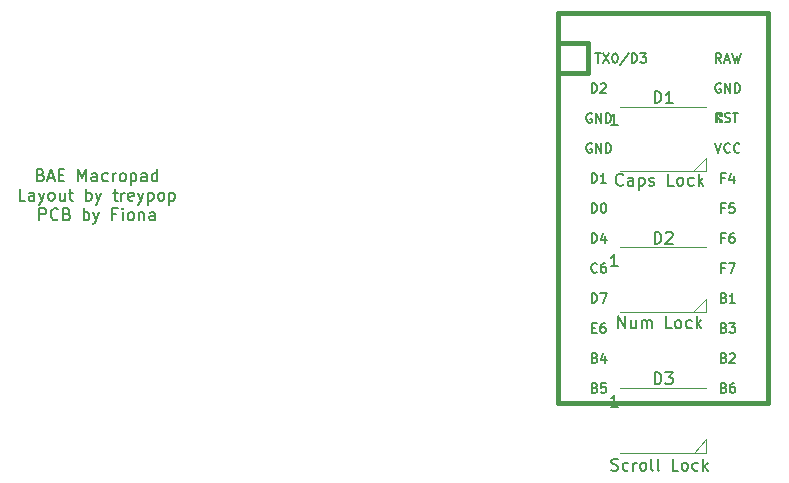
<source format=gbr>
G04 #@! TF.GenerationSoftware,KiCad,Pcbnew,(5.1.4)-1*
G04 #@! TF.CreationDate,2019-12-08T17:57:44-07:00*
G04 #@! TF.ProjectId,BAEmacropad,4241456d-6163-4726-9f70-61642e6b6963,rev?*
G04 #@! TF.SameCoordinates,Original*
G04 #@! TF.FileFunction,Legend,Top*
G04 #@! TF.FilePolarity,Positive*
%FSLAX46Y46*%
G04 Gerber Fmt 4.6, Leading zero omitted, Abs format (unit mm)*
G04 Created by KiCad (PCBNEW (5.1.4)-1) date 2019-12-08 17:57:44*
%MOMM*%
%LPD*%
G04 APERTURE LIST*
%ADD10C,0.120000*%
%ADD11C,0.150000*%
%ADD12C,0.381000*%
G04 APERTURE END LIST*
D10*
X102616000Y-107505500D02*
X103662500Y-106375000D01*
X103662500Y-94468750D02*
X102552500Y-95567500D01*
X103662500Y-82562500D02*
X102552500Y-83693000D01*
D11*
X95623571Y-108989761D02*
X95766428Y-109037380D01*
X96004523Y-109037380D01*
X96099761Y-108989761D01*
X96147380Y-108942142D01*
X96195000Y-108846904D01*
X96195000Y-108751666D01*
X96147380Y-108656428D01*
X96099761Y-108608809D01*
X96004523Y-108561190D01*
X95814047Y-108513571D01*
X95718809Y-108465952D01*
X95671190Y-108418333D01*
X95623571Y-108323095D01*
X95623571Y-108227857D01*
X95671190Y-108132619D01*
X95718809Y-108085000D01*
X95814047Y-108037380D01*
X96052142Y-108037380D01*
X96195000Y-108085000D01*
X97052142Y-108989761D02*
X96956904Y-109037380D01*
X96766428Y-109037380D01*
X96671190Y-108989761D01*
X96623571Y-108942142D01*
X96575952Y-108846904D01*
X96575952Y-108561190D01*
X96623571Y-108465952D01*
X96671190Y-108418333D01*
X96766428Y-108370714D01*
X96956904Y-108370714D01*
X97052142Y-108418333D01*
X97480714Y-109037380D02*
X97480714Y-108370714D01*
X97480714Y-108561190D02*
X97528333Y-108465952D01*
X97575952Y-108418333D01*
X97671190Y-108370714D01*
X97766428Y-108370714D01*
X98242619Y-109037380D02*
X98147380Y-108989761D01*
X98099761Y-108942142D01*
X98052142Y-108846904D01*
X98052142Y-108561190D01*
X98099761Y-108465952D01*
X98147380Y-108418333D01*
X98242619Y-108370714D01*
X98385476Y-108370714D01*
X98480714Y-108418333D01*
X98528333Y-108465952D01*
X98575952Y-108561190D01*
X98575952Y-108846904D01*
X98528333Y-108942142D01*
X98480714Y-108989761D01*
X98385476Y-109037380D01*
X98242619Y-109037380D01*
X99147380Y-109037380D02*
X99052142Y-108989761D01*
X99004523Y-108894523D01*
X99004523Y-108037380D01*
X99671190Y-109037380D02*
X99575952Y-108989761D01*
X99528333Y-108894523D01*
X99528333Y-108037380D01*
X101290238Y-109037380D02*
X100814047Y-109037380D01*
X100814047Y-108037380D01*
X101766428Y-109037380D02*
X101671190Y-108989761D01*
X101623571Y-108942142D01*
X101575952Y-108846904D01*
X101575952Y-108561190D01*
X101623571Y-108465952D01*
X101671190Y-108418333D01*
X101766428Y-108370714D01*
X101909285Y-108370714D01*
X102004523Y-108418333D01*
X102052142Y-108465952D01*
X102099761Y-108561190D01*
X102099761Y-108846904D01*
X102052142Y-108942142D01*
X102004523Y-108989761D01*
X101909285Y-109037380D01*
X101766428Y-109037380D01*
X102956904Y-108989761D02*
X102861666Y-109037380D01*
X102671190Y-109037380D01*
X102575952Y-108989761D01*
X102528333Y-108942142D01*
X102480714Y-108846904D01*
X102480714Y-108561190D01*
X102528333Y-108465952D01*
X102575952Y-108418333D01*
X102671190Y-108370714D01*
X102861666Y-108370714D01*
X102956904Y-108418333D01*
X103385476Y-109037380D02*
X103385476Y-108037380D01*
X103480714Y-108656428D02*
X103766428Y-109037380D01*
X103766428Y-108370714D02*
X103385476Y-108751666D01*
X96218809Y-96972380D02*
X96218809Y-95972380D01*
X96790238Y-96972380D01*
X96790238Y-95972380D01*
X97695000Y-96305714D02*
X97695000Y-96972380D01*
X97266428Y-96305714D02*
X97266428Y-96829523D01*
X97314047Y-96924761D01*
X97409285Y-96972380D01*
X97552142Y-96972380D01*
X97647380Y-96924761D01*
X97695000Y-96877142D01*
X98171190Y-96972380D02*
X98171190Y-96305714D01*
X98171190Y-96400952D02*
X98218809Y-96353333D01*
X98314047Y-96305714D01*
X98456904Y-96305714D01*
X98552142Y-96353333D01*
X98599761Y-96448571D01*
X98599761Y-96972380D01*
X98599761Y-96448571D02*
X98647380Y-96353333D01*
X98742619Y-96305714D01*
X98885476Y-96305714D01*
X98980714Y-96353333D01*
X99028333Y-96448571D01*
X99028333Y-96972380D01*
X100742619Y-96972380D02*
X100266428Y-96972380D01*
X100266428Y-95972380D01*
X101218809Y-96972380D02*
X101123571Y-96924761D01*
X101075952Y-96877142D01*
X101028333Y-96781904D01*
X101028333Y-96496190D01*
X101075952Y-96400952D01*
X101123571Y-96353333D01*
X101218809Y-96305714D01*
X101361666Y-96305714D01*
X101456904Y-96353333D01*
X101504523Y-96400952D01*
X101552142Y-96496190D01*
X101552142Y-96781904D01*
X101504523Y-96877142D01*
X101456904Y-96924761D01*
X101361666Y-96972380D01*
X101218809Y-96972380D01*
X102409285Y-96924761D02*
X102314047Y-96972380D01*
X102123571Y-96972380D01*
X102028333Y-96924761D01*
X101980714Y-96877142D01*
X101933095Y-96781904D01*
X101933095Y-96496190D01*
X101980714Y-96400952D01*
X102028333Y-96353333D01*
X102123571Y-96305714D01*
X102314047Y-96305714D01*
X102409285Y-96353333D01*
X102837857Y-96972380D02*
X102837857Y-95972380D01*
X102933095Y-96591428D02*
X103218809Y-96972380D01*
X103218809Y-96305714D02*
X102837857Y-96686666D01*
X96623571Y-84812142D02*
X96575952Y-84859761D01*
X96433095Y-84907380D01*
X96337857Y-84907380D01*
X96195000Y-84859761D01*
X96099761Y-84764523D01*
X96052142Y-84669285D01*
X96004523Y-84478809D01*
X96004523Y-84335952D01*
X96052142Y-84145476D01*
X96099761Y-84050238D01*
X96195000Y-83955000D01*
X96337857Y-83907380D01*
X96433095Y-83907380D01*
X96575952Y-83955000D01*
X96623571Y-84002619D01*
X97480714Y-84907380D02*
X97480714Y-84383571D01*
X97433095Y-84288333D01*
X97337857Y-84240714D01*
X97147380Y-84240714D01*
X97052142Y-84288333D01*
X97480714Y-84859761D02*
X97385476Y-84907380D01*
X97147380Y-84907380D01*
X97052142Y-84859761D01*
X97004523Y-84764523D01*
X97004523Y-84669285D01*
X97052142Y-84574047D01*
X97147380Y-84526428D01*
X97385476Y-84526428D01*
X97480714Y-84478809D01*
X97956904Y-84240714D02*
X97956904Y-85240714D01*
X97956904Y-84288333D02*
X98052142Y-84240714D01*
X98242619Y-84240714D01*
X98337857Y-84288333D01*
X98385476Y-84335952D01*
X98433095Y-84431190D01*
X98433095Y-84716904D01*
X98385476Y-84812142D01*
X98337857Y-84859761D01*
X98242619Y-84907380D01*
X98052142Y-84907380D01*
X97956904Y-84859761D01*
X98814047Y-84859761D02*
X98909285Y-84907380D01*
X99099761Y-84907380D01*
X99195000Y-84859761D01*
X99242619Y-84764523D01*
X99242619Y-84716904D01*
X99195000Y-84621666D01*
X99099761Y-84574047D01*
X98956904Y-84574047D01*
X98861666Y-84526428D01*
X98814047Y-84431190D01*
X98814047Y-84383571D01*
X98861666Y-84288333D01*
X98956904Y-84240714D01*
X99099761Y-84240714D01*
X99195000Y-84288333D01*
X100909285Y-84907380D02*
X100433095Y-84907380D01*
X100433095Y-83907380D01*
X101385476Y-84907380D02*
X101290238Y-84859761D01*
X101242619Y-84812142D01*
X101195000Y-84716904D01*
X101195000Y-84431190D01*
X101242619Y-84335952D01*
X101290238Y-84288333D01*
X101385476Y-84240714D01*
X101528333Y-84240714D01*
X101623571Y-84288333D01*
X101671190Y-84335952D01*
X101718809Y-84431190D01*
X101718809Y-84716904D01*
X101671190Y-84812142D01*
X101623571Y-84859761D01*
X101528333Y-84907380D01*
X101385476Y-84907380D01*
X102575952Y-84859761D02*
X102480714Y-84907380D01*
X102290238Y-84907380D01*
X102195000Y-84859761D01*
X102147380Y-84812142D01*
X102099761Y-84716904D01*
X102099761Y-84431190D01*
X102147380Y-84335952D01*
X102195000Y-84288333D01*
X102290238Y-84240714D01*
X102480714Y-84240714D01*
X102575952Y-84288333D01*
X103004523Y-84907380D02*
X103004523Y-83907380D01*
X103099761Y-84526428D02*
X103385476Y-84907380D01*
X103385476Y-84240714D02*
X103004523Y-84621666D01*
X47308095Y-84003571D02*
X47450952Y-84051190D01*
X47498571Y-84098809D01*
X47546190Y-84194047D01*
X47546190Y-84336904D01*
X47498571Y-84432142D01*
X47450952Y-84479761D01*
X47355714Y-84527380D01*
X46974761Y-84527380D01*
X46974761Y-83527380D01*
X47308095Y-83527380D01*
X47403333Y-83575000D01*
X47450952Y-83622619D01*
X47498571Y-83717857D01*
X47498571Y-83813095D01*
X47450952Y-83908333D01*
X47403333Y-83955952D01*
X47308095Y-84003571D01*
X46974761Y-84003571D01*
X47927142Y-84241666D02*
X48403333Y-84241666D01*
X47831904Y-84527380D02*
X48165238Y-83527380D01*
X48498571Y-84527380D01*
X48831904Y-84003571D02*
X49165238Y-84003571D01*
X49308095Y-84527380D02*
X48831904Y-84527380D01*
X48831904Y-83527380D01*
X49308095Y-83527380D01*
X50498571Y-84527380D02*
X50498571Y-83527380D01*
X50831904Y-84241666D01*
X51165238Y-83527380D01*
X51165238Y-84527380D01*
X52070000Y-84527380D02*
X52070000Y-84003571D01*
X52022380Y-83908333D01*
X51927142Y-83860714D01*
X51736666Y-83860714D01*
X51641428Y-83908333D01*
X52070000Y-84479761D02*
X51974761Y-84527380D01*
X51736666Y-84527380D01*
X51641428Y-84479761D01*
X51593809Y-84384523D01*
X51593809Y-84289285D01*
X51641428Y-84194047D01*
X51736666Y-84146428D01*
X51974761Y-84146428D01*
X52070000Y-84098809D01*
X52974761Y-84479761D02*
X52879523Y-84527380D01*
X52689047Y-84527380D01*
X52593809Y-84479761D01*
X52546190Y-84432142D01*
X52498571Y-84336904D01*
X52498571Y-84051190D01*
X52546190Y-83955952D01*
X52593809Y-83908333D01*
X52689047Y-83860714D01*
X52879523Y-83860714D01*
X52974761Y-83908333D01*
X53403333Y-84527380D02*
X53403333Y-83860714D01*
X53403333Y-84051190D02*
X53450952Y-83955952D01*
X53498571Y-83908333D01*
X53593809Y-83860714D01*
X53689047Y-83860714D01*
X54165238Y-84527380D02*
X54070000Y-84479761D01*
X54022380Y-84432142D01*
X53974761Y-84336904D01*
X53974761Y-84051190D01*
X54022380Y-83955952D01*
X54070000Y-83908333D01*
X54165238Y-83860714D01*
X54308095Y-83860714D01*
X54403333Y-83908333D01*
X54450952Y-83955952D01*
X54498571Y-84051190D01*
X54498571Y-84336904D01*
X54450952Y-84432142D01*
X54403333Y-84479761D01*
X54308095Y-84527380D01*
X54165238Y-84527380D01*
X54927142Y-83860714D02*
X54927142Y-84860714D01*
X54927142Y-83908333D02*
X55022380Y-83860714D01*
X55212857Y-83860714D01*
X55308095Y-83908333D01*
X55355714Y-83955952D01*
X55403333Y-84051190D01*
X55403333Y-84336904D01*
X55355714Y-84432142D01*
X55308095Y-84479761D01*
X55212857Y-84527380D01*
X55022380Y-84527380D01*
X54927142Y-84479761D01*
X56260476Y-84527380D02*
X56260476Y-84003571D01*
X56212857Y-83908333D01*
X56117619Y-83860714D01*
X55927142Y-83860714D01*
X55831904Y-83908333D01*
X56260476Y-84479761D02*
X56165238Y-84527380D01*
X55927142Y-84527380D01*
X55831904Y-84479761D01*
X55784285Y-84384523D01*
X55784285Y-84289285D01*
X55831904Y-84194047D01*
X55927142Y-84146428D01*
X56165238Y-84146428D01*
X56260476Y-84098809D01*
X57165238Y-84527380D02*
X57165238Y-83527380D01*
X57165238Y-84479761D02*
X57070000Y-84527380D01*
X56879523Y-84527380D01*
X56784285Y-84479761D01*
X56736666Y-84432142D01*
X56689047Y-84336904D01*
X56689047Y-84051190D01*
X56736666Y-83955952D01*
X56784285Y-83908333D01*
X56879523Y-83860714D01*
X57070000Y-83860714D01*
X57165238Y-83908333D01*
X45998571Y-86177380D02*
X45522380Y-86177380D01*
X45522380Y-85177380D01*
X46760476Y-86177380D02*
X46760476Y-85653571D01*
X46712857Y-85558333D01*
X46617619Y-85510714D01*
X46427142Y-85510714D01*
X46331904Y-85558333D01*
X46760476Y-86129761D02*
X46665238Y-86177380D01*
X46427142Y-86177380D01*
X46331904Y-86129761D01*
X46284285Y-86034523D01*
X46284285Y-85939285D01*
X46331904Y-85844047D01*
X46427142Y-85796428D01*
X46665238Y-85796428D01*
X46760476Y-85748809D01*
X47141428Y-85510714D02*
X47379523Y-86177380D01*
X47617619Y-85510714D02*
X47379523Y-86177380D01*
X47284285Y-86415476D01*
X47236666Y-86463095D01*
X47141428Y-86510714D01*
X48141428Y-86177380D02*
X48046190Y-86129761D01*
X47998571Y-86082142D01*
X47950952Y-85986904D01*
X47950952Y-85701190D01*
X47998571Y-85605952D01*
X48046190Y-85558333D01*
X48141428Y-85510714D01*
X48284285Y-85510714D01*
X48379523Y-85558333D01*
X48427142Y-85605952D01*
X48474761Y-85701190D01*
X48474761Y-85986904D01*
X48427142Y-86082142D01*
X48379523Y-86129761D01*
X48284285Y-86177380D01*
X48141428Y-86177380D01*
X49331904Y-85510714D02*
X49331904Y-86177380D01*
X48903333Y-85510714D02*
X48903333Y-86034523D01*
X48950952Y-86129761D01*
X49046190Y-86177380D01*
X49189047Y-86177380D01*
X49284285Y-86129761D01*
X49331904Y-86082142D01*
X49665238Y-85510714D02*
X50046190Y-85510714D01*
X49808095Y-85177380D02*
X49808095Y-86034523D01*
X49855714Y-86129761D01*
X49950952Y-86177380D01*
X50046190Y-86177380D01*
X51141428Y-86177380D02*
X51141428Y-85177380D01*
X51141428Y-85558333D02*
X51236666Y-85510714D01*
X51427142Y-85510714D01*
X51522380Y-85558333D01*
X51570000Y-85605952D01*
X51617619Y-85701190D01*
X51617619Y-85986904D01*
X51570000Y-86082142D01*
X51522380Y-86129761D01*
X51427142Y-86177380D01*
X51236666Y-86177380D01*
X51141428Y-86129761D01*
X51950952Y-85510714D02*
X52189047Y-86177380D01*
X52427142Y-85510714D02*
X52189047Y-86177380D01*
X52093809Y-86415476D01*
X52046190Y-86463095D01*
X51950952Y-86510714D01*
X53427142Y-85510714D02*
X53808095Y-85510714D01*
X53570000Y-85177380D02*
X53570000Y-86034523D01*
X53617619Y-86129761D01*
X53712857Y-86177380D01*
X53808095Y-86177380D01*
X54141428Y-86177380D02*
X54141428Y-85510714D01*
X54141428Y-85701190D02*
X54189047Y-85605952D01*
X54236666Y-85558333D01*
X54331904Y-85510714D01*
X54427142Y-85510714D01*
X55141428Y-86129761D02*
X55046190Y-86177380D01*
X54855714Y-86177380D01*
X54760476Y-86129761D01*
X54712857Y-86034523D01*
X54712857Y-85653571D01*
X54760476Y-85558333D01*
X54855714Y-85510714D01*
X55046190Y-85510714D01*
X55141428Y-85558333D01*
X55189047Y-85653571D01*
X55189047Y-85748809D01*
X54712857Y-85844047D01*
X55522380Y-85510714D02*
X55760476Y-86177380D01*
X55998571Y-85510714D02*
X55760476Y-86177380D01*
X55665238Y-86415476D01*
X55617619Y-86463095D01*
X55522380Y-86510714D01*
X56379523Y-85510714D02*
X56379523Y-86510714D01*
X56379523Y-85558333D02*
X56474761Y-85510714D01*
X56665238Y-85510714D01*
X56760476Y-85558333D01*
X56808095Y-85605952D01*
X56855714Y-85701190D01*
X56855714Y-85986904D01*
X56808095Y-86082142D01*
X56760476Y-86129761D01*
X56665238Y-86177380D01*
X56474761Y-86177380D01*
X56379523Y-86129761D01*
X57427142Y-86177380D02*
X57331904Y-86129761D01*
X57284285Y-86082142D01*
X57236666Y-85986904D01*
X57236666Y-85701190D01*
X57284285Y-85605952D01*
X57331904Y-85558333D01*
X57427142Y-85510714D01*
X57570000Y-85510714D01*
X57665238Y-85558333D01*
X57712857Y-85605952D01*
X57760476Y-85701190D01*
X57760476Y-85986904D01*
X57712857Y-86082142D01*
X57665238Y-86129761D01*
X57570000Y-86177380D01*
X57427142Y-86177380D01*
X58189047Y-85510714D02*
X58189047Y-86510714D01*
X58189047Y-85558333D02*
X58284285Y-85510714D01*
X58474761Y-85510714D01*
X58570000Y-85558333D01*
X58617619Y-85605952D01*
X58665238Y-85701190D01*
X58665238Y-85986904D01*
X58617619Y-86082142D01*
X58570000Y-86129761D01*
X58474761Y-86177380D01*
X58284285Y-86177380D01*
X58189047Y-86129761D01*
X47189047Y-87827380D02*
X47189047Y-86827380D01*
X47570000Y-86827380D01*
X47665238Y-86875000D01*
X47712857Y-86922619D01*
X47760476Y-87017857D01*
X47760476Y-87160714D01*
X47712857Y-87255952D01*
X47665238Y-87303571D01*
X47570000Y-87351190D01*
X47189047Y-87351190D01*
X48760476Y-87732142D02*
X48712857Y-87779761D01*
X48570000Y-87827380D01*
X48474761Y-87827380D01*
X48331904Y-87779761D01*
X48236666Y-87684523D01*
X48189047Y-87589285D01*
X48141428Y-87398809D01*
X48141428Y-87255952D01*
X48189047Y-87065476D01*
X48236666Y-86970238D01*
X48331904Y-86875000D01*
X48474761Y-86827380D01*
X48570000Y-86827380D01*
X48712857Y-86875000D01*
X48760476Y-86922619D01*
X49522380Y-87303571D02*
X49665238Y-87351190D01*
X49712857Y-87398809D01*
X49760476Y-87494047D01*
X49760476Y-87636904D01*
X49712857Y-87732142D01*
X49665238Y-87779761D01*
X49570000Y-87827380D01*
X49189047Y-87827380D01*
X49189047Y-86827380D01*
X49522380Y-86827380D01*
X49617619Y-86875000D01*
X49665238Y-86922619D01*
X49712857Y-87017857D01*
X49712857Y-87113095D01*
X49665238Y-87208333D01*
X49617619Y-87255952D01*
X49522380Y-87303571D01*
X49189047Y-87303571D01*
X50950952Y-87827380D02*
X50950952Y-86827380D01*
X50950952Y-87208333D02*
X51046190Y-87160714D01*
X51236666Y-87160714D01*
X51331904Y-87208333D01*
X51379523Y-87255952D01*
X51427142Y-87351190D01*
X51427142Y-87636904D01*
X51379523Y-87732142D01*
X51331904Y-87779761D01*
X51236666Y-87827380D01*
X51046190Y-87827380D01*
X50950952Y-87779761D01*
X51760476Y-87160714D02*
X51998571Y-87827380D01*
X52236666Y-87160714D02*
X51998571Y-87827380D01*
X51903333Y-88065476D01*
X51855714Y-88113095D01*
X51760476Y-88160714D01*
X53712857Y-87303571D02*
X53379523Y-87303571D01*
X53379523Y-87827380D02*
X53379523Y-86827380D01*
X53855714Y-86827380D01*
X54236666Y-87827380D02*
X54236666Y-87160714D01*
X54236666Y-86827380D02*
X54189047Y-86875000D01*
X54236666Y-86922619D01*
X54284285Y-86875000D01*
X54236666Y-86827380D01*
X54236666Y-86922619D01*
X54855714Y-87827380D02*
X54760476Y-87779761D01*
X54712857Y-87732142D01*
X54665238Y-87636904D01*
X54665238Y-87351190D01*
X54712857Y-87255952D01*
X54760476Y-87208333D01*
X54855714Y-87160714D01*
X54998571Y-87160714D01*
X55093809Y-87208333D01*
X55141428Y-87255952D01*
X55189047Y-87351190D01*
X55189047Y-87636904D01*
X55141428Y-87732142D01*
X55093809Y-87779761D01*
X54998571Y-87827380D01*
X54855714Y-87827380D01*
X55617619Y-87160714D02*
X55617619Y-87827380D01*
X55617619Y-87255952D02*
X55665238Y-87208333D01*
X55760476Y-87160714D01*
X55903333Y-87160714D01*
X55998571Y-87208333D01*
X56046190Y-87303571D01*
X56046190Y-87827380D01*
X56950952Y-87827380D02*
X56950952Y-87303571D01*
X56903333Y-87208333D01*
X56808095Y-87160714D01*
X56617619Y-87160714D01*
X56522380Y-87208333D01*
X56950952Y-87779761D02*
X56855714Y-87827380D01*
X56617619Y-87827380D01*
X56522380Y-87779761D01*
X56474761Y-87684523D01*
X56474761Y-87589285D01*
X56522380Y-87494047D01*
X56617619Y-87446428D01*
X56855714Y-87446428D01*
X56950952Y-87398809D01*
D12*
X93662500Y-72866250D02*
X91122500Y-72866250D01*
X91122500Y-70326250D02*
X91122500Y-72866250D01*
X108902500Y-70326250D02*
X91122500Y-70326250D01*
X108902500Y-72866250D02*
X108902500Y-70326250D01*
D11*
G36*
X104944068Y-79345610D02*
G01*
X104944068Y-79545610D01*
X104844068Y-79545610D01*
X104844068Y-79345610D01*
X104944068Y-79345610D01*
G37*
X104944068Y-79345610D02*
X104944068Y-79545610D01*
X104844068Y-79545610D01*
X104844068Y-79345610D01*
X104944068Y-79345610D01*
G36*
X104544068Y-78745610D02*
G01*
X104544068Y-79545610D01*
X104444068Y-79545610D01*
X104444068Y-78745610D01*
X104544068Y-78745610D01*
G37*
X104544068Y-78745610D02*
X104544068Y-79545610D01*
X104444068Y-79545610D01*
X104444068Y-78745610D01*
X104544068Y-78745610D01*
G36*
X104944068Y-78745610D02*
G01*
X104944068Y-78845610D01*
X104444068Y-78845610D01*
X104444068Y-78745610D01*
X104944068Y-78745610D01*
G37*
X104944068Y-78745610D02*
X104944068Y-78845610D01*
X104444068Y-78845610D01*
X104444068Y-78745610D01*
X104944068Y-78745610D01*
G36*
X104744068Y-79145610D02*
G01*
X104744068Y-79245610D01*
X104644068Y-79245610D01*
X104644068Y-79145610D01*
X104744068Y-79145610D01*
G37*
X104744068Y-79145610D02*
X104744068Y-79245610D01*
X104644068Y-79245610D01*
X104644068Y-79145610D01*
X104744068Y-79145610D01*
G36*
X104944068Y-78745610D02*
G01*
X104944068Y-79045610D01*
X104844068Y-79045610D01*
X104844068Y-78745610D01*
X104944068Y-78745610D01*
G37*
X104944068Y-78745610D02*
X104944068Y-79045610D01*
X104844068Y-79045610D01*
X104844068Y-78745610D01*
X104944068Y-78745610D01*
D12*
X93662500Y-75406250D02*
X91122500Y-75406250D01*
X93662500Y-72866250D02*
X93662500Y-75406250D01*
X108902500Y-103346250D02*
X108902500Y-72866250D01*
X91122500Y-103346250D02*
X108902500Y-103346250D01*
X91122500Y-72866250D02*
X91122500Y-103346250D01*
D10*
X103662500Y-107525000D02*
X103662500Y-106375000D01*
X96362500Y-107525000D02*
X103662500Y-107525000D01*
X96362500Y-102025000D02*
X103662500Y-102025000D01*
X103662500Y-95618750D02*
X103662500Y-94468750D01*
X96362500Y-95618750D02*
X103662500Y-95618750D01*
X96362500Y-90118750D02*
X103662500Y-90118750D01*
X103662500Y-83712500D02*
X103662500Y-82562500D01*
X96362500Y-83712500D02*
X103662500Y-83712500D01*
X96362500Y-78212500D02*
X103662500Y-78212500D01*
D11*
X94250151Y-73698154D02*
X94707294Y-73698154D01*
X94478723Y-74498154D02*
X94478723Y-73698154D01*
X94897770Y-73698154D02*
X95431104Y-74498154D01*
X95431104Y-73698154D02*
X94897770Y-74498154D01*
X95888247Y-73698154D02*
X95964437Y-73698154D01*
X96040628Y-73736250D01*
X96078723Y-73774345D01*
X96116818Y-73850535D01*
X96154913Y-74002916D01*
X96154913Y-74193392D01*
X96116818Y-74345773D01*
X96078723Y-74421964D01*
X96040628Y-74460059D01*
X95964437Y-74498154D01*
X95888247Y-74498154D01*
X95812056Y-74460059D01*
X95773961Y-74421964D01*
X95735866Y-74345773D01*
X95697770Y-74193392D01*
X95697770Y-74002916D01*
X95735866Y-73850535D01*
X95773961Y-73774345D01*
X95812056Y-73736250D01*
X95888247Y-73698154D01*
X97069199Y-73660059D02*
X96383485Y-74688630D01*
X97335866Y-74498154D02*
X97335866Y-73698154D01*
X97526342Y-73698154D01*
X97640628Y-73736250D01*
X97716818Y-73812440D01*
X97754913Y-73888630D01*
X97793008Y-74041011D01*
X97793008Y-74155297D01*
X97754913Y-74307678D01*
X97716818Y-74383869D01*
X97640628Y-74460059D01*
X97526342Y-74498154D01*
X97335866Y-74498154D01*
X98059675Y-73698154D02*
X98554913Y-73698154D01*
X98288247Y-74002916D01*
X98402532Y-74002916D01*
X98478723Y-74041011D01*
X98516818Y-74079107D01*
X98554913Y-74155297D01*
X98554913Y-74345773D01*
X98516818Y-74421964D01*
X98478723Y-74460059D01*
X98402532Y-74498154D01*
X98173961Y-74498154D01*
X98097770Y-74460059D01*
X98059675Y-74421964D01*
X93961023Y-77038154D02*
X93961023Y-76238154D01*
X94151500Y-76238154D01*
X94265785Y-76276250D01*
X94341976Y-76352440D01*
X94380071Y-76428630D01*
X94418166Y-76581011D01*
X94418166Y-76695297D01*
X94380071Y-76847678D01*
X94341976Y-76923869D01*
X94265785Y-77000059D01*
X94151500Y-77038154D01*
X93961023Y-77038154D01*
X94722928Y-76314345D02*
X94761023Y-76276250D01*
X94837214Y-76238154D01*
X95027690Y-76238154D01*
X95103880Y-76276250D01*
X95141976Y-76314345D01*
X95180071Y-76390535D01*
X95180071Y-76466726D01*
X95141976Y-76581011D01*
X94684833Y-77038154D01*
X95180071Y-77038154D01*
X93961023Y-87198154D02*
X93961023Y-86398154D01*
X94151500Y-86398154D01*
X94265785Y-86436250D01*
X94341976Y-86512440D01*
X94380071Y-86588630D01*
X94418166Y-86741011D01*
X94418166Y-86855297D01*
X94380071Y-87007678D01*
X94341976Y-87083869D01*
X94265785Y-87160059D01*
X94151500Y-87198154D01*
X93961023Y-87198154D01*
X94913404Y-86398154D02*
X94989595Y-86398154D01*
X95065785Y-86436250D01*
X95103880Y-86474345D01*
X95141976Y-86550535D01*
X95180071Y-86702916D01*
X95180071Y-86893392D01*
X95141976Y-87045773D01*
X95103880Y-87121964D01*
X95065785Y-87160059D01*
X94989595Y-87198154D01*
X94913404Y-87198154D01*
X94837214Y-87160059D01*
X94799119Y-87121964D01*
X94761023Y-87045773D01*
X94722928Y-86893392D01*
X94722928Y-86702916D01*
X94761023Y-86550535D01*
X94799119Y-86474345D01*
X94837214Y-86436250D01*
X94913404Y-86398154D01*
X93961023Y-84658154D02*
X93961023Y-83858154D01*
X94151500Y-83858154D01*
X94265785Y-83896250D01*
X94341976Y-83972440D01*
X94380071Y-84048630D01*
X94418166Y-84201011D01*
X94418166Y-84315297D01*
X94380071Y-84467678D01*
X94341976Y-84543869D01*
X94265785Y-84620059D01*
X94151500Y-84658154D01*
X93961023Y-84658154D01*
X95180071Y-84658154D02*
X94722928Y-84658154D01*
X94951500Y-84658154D02*
X94951500Y-83858154D01*
X94875309Y-83972440D01*
X94799119Y-84048630D01*
X94722928Y-84086726D01*
X93941976Y-81356250D02*
X93865785Y-81318154D01*
X93751500Y-81318154D01*
X93637214Y-81356250D01*
X93561023Y-81432440D01*
X93522928Y-81508630D01*
X93484833Y-81661011D01*
X93484833Y-81775297D01*
X93522928Y-81927678D01*
X93561023Y-82003869D01*
X93637214Y-82080059D01*
X93751500Y-82118154D01*
X93827690Y-82118154D01*
X93941976Y-82080059D01*
X93980071Y-82041964D01*
X93980071Y-81775297D01*
X93827690Y-81775297D01*
X94322928Y-82118154D02*
X94322928Y-81318154D01*
X94780071Y-82118154D01*
X94780071Y-81318154D01*
X95161023Y-82118154D02*
X95161023Y-81318154D01*
X95351500Y-81318154D01*
X95465785Y-81356250D01*
X95541976Y-81432440D01*
X95580071Y-81508630D01*
X95618166Y-81661011D01*
X95618166Y-81775297D01*
X95580071Y-81927678D01*
X95541976Y-82003869D01*
X95465785Y-82080059D01*
X95351500Y-82118154D01*
X95161023Y-82118154D01*
X93941976Y-78816250D02*
X93865785Y-78778154D01*
X93751500Y-78778154D01*
X93637214Y-78816250D01*
X93561023Y-78892440D01*
X93522928Y-78968630D01*
X93484833Y-79121011D01*
X93484833Y-79235297D01*
X93522928Y-79387678D01*
X93561023Y-79463869D01*
X93637214Y-79540059D01*
X93751500Y-79578154D01*
X93827690Y-79578154D01*
X93941976Y-79540059D01*
X93980071Y-79501964D01*
X93980071Y-79235297D01*
X93827690Y-79235297D01*
X94322928Y-79578154D02*
X94322928Y-78778154D01*
X94780071Y-79578154D01*
X94780071Y-78778154D01*
X95161023Y-79578154D02*
X95161023Y-78778154D01*
X95351500Y-78778154D01*
X95465785Y-78816250D01*
X95541976Y-78892440D01*
X95580071Y-78968630D01*
X95618166Y-79121011D01*
X95618166Y-79235297D01*
X95580071Y-79387678D01*
X95541976Y-79463869D01*
X95465785Y-79540059D01*
X95351500Y-79578154D01*
X95161023Y-79578154D01*
X93961023Y-89738154D02*
X93961023Y-88938154D01*
X94151500Y-88938154D01*
X94265785Y-88976250D01*
X94341976Y-89052440D01*
X94380071Y-89128630D01*
X94418166Y-89281011D01*
X94418166Y-89395297D01*
X94380071Y-89547678D01*
X94341976Y-89623869D01*
X94265785Y-89700059D01*
X94151500Y-89738154D01*
X93961023Y-89738154D01*
X95103880Y-89204821D02*
X95103880Y-89738154D01*
X94913404Y-88900059D02*
X94722928Y-89471488D01*
X95218166Y-89471488D01*
X94418166Y-92201964D02*
X94380071Y-92240059D01*
X94265785Y-92278154D01*
X94189595Y-92278154D01*
X94075309Y-92240059D01*
X93999119Y-92163869D01*
X93961023Y-92087678D01*
X93922928Y-91935297D01*
X93922928Y-91821011D01*
X93961023Y-91668630D01*
X93999119Y-91592440D01*
X94075309Y-91516250D01*
X94189595Y-91478154D01*
X94265785Y-91478154D01*
X94380071Y-91516250D01*
X94418166Y-91554345D01*
X95103880Y-91478154D02*
X94951500Y-91478154D01*
X94875309Y-91516250D01*
X94837214Y-91554345D01*
X94761023Y-91668630D01*
X94722928Y-91821011D01*
X94722928Y-92125773D01*
X94761023Y-92201964D01*
X94799119Y-92240059D01*
X94875309Y-92278154D01*
X95027690Y-92278154D01*
X95103880Y-92240059D01*
X95141976Y-92201964D01*
X95180071Y-92125773D01*
X95180071Y-91935297D01*
X95141976Y-91859107D01*
X95103880Y-91821011D01*
X95027690Y-91782916D01*
X94875309Y-91782916D01*
X94799119Y-91821011D01*
X94761023Y-91859107D01*
X94722928Y-91935297D01*
X93961023Y-94818154D02*
X93961023Y-94018154D01*
X94151500Y-94018154D01*
X94265785Y-94056250D01*
X94341976Y-94132440D01*
X94380071Y-94208630D01*
X94418166Y-94361011D01*
X94418166Y-94475297D01*
X94380071Y-94627678D01*
X94341976Y-94703869D01*
X94265785Y-94780059D01*
X94151500Y-94818154D01*
X93961023Y-94818154D01*
X94684833Y-94018154D02*
X95218166Y-94018154D01*
X94875309Y-94818154D01*
X93999119Y-96939107D02*
X94265785Y-96939107D01*
X94380071Y-97358154D02*
X93999119Y-97358154D01*
X93999119Y-96558154D01*
X94380071Y-96558154D01*
X95065785Y-96558154D02*
X94913404Y-96558154D01*
X94837214Y-96596250D01*
X94799119Y-96634345D01*
X94722928Y-96748630D01*
X94684833Y-96901011D01*
X94684833Y-97205773D01*
X94722928Y-97281964D01*
X94761023Y-97320059D01*
X94837214Y-97358154D01*
X94989595Y-97358154D01*
X95065785Y-97320059D01*
X95103880Y-97281964D01*
X95141976Y-97205773D01*
X95141976Y-97015297D01*
X95103880Y-96939107D01*
X95065785Y-96901011D01*
X94989595Y-96862916D01*
X94837214Y-96862916D01*
X94761023Y-96901011D01*
X94722928Y-96939107D01*
X94684833Y-97015297D01*
X94227690Y-99479107D02*
X94341976Y-99517202D01*
X94380071Y-99555297D01*
X94418166Y-99631488D01*
X94418166Y-99745773D01*
X94380071Y-99821964D01*
X94341976Y-99860059D01*
X94265785Y-99898154D01*
X93961023Y-99898154D01*
X93961023Y-99098154D01*
X94227690Y-99098154D01*
X94303880Y-99136250D01*
X94341976Y-99174345D01*
X94380071Y-99250535D01*
X94380071Y-99326726D01*
X94341976Y-99402916D01*
X94303880Y-99441011D01*
X94227690Y-99479107D01*
X93961023Y-99479107D01*
X95103880Y-99364821D02*
X95103880Y-99898154D01*
X94913404Y-99060059D02*
X94722928Y-99631488D01*
X95218166Y-99631488D01*
X94227690Y-102019107D02*
X94341976Y-102057202D01*
X94380071Y-102095297D01*
X94418166Y-102171488D01*
X94418166Y-102285773D01*
X94380071Y-102361964D01*
X94341976Y-102400059D01*
X94265785Y-102438154D01*
X93961023Y-102438154D01*
X93961023Y-101638154D01*
X94227690Y-101638154D01*
X94303880Y-101676250D01*
X94341976Y-101714345D01*
X94380071Y-101790535D01*
X94380071Y-101866726D01*
X94341976Y-101942916D01*
X94303880Y-101981011D01*
X94227690Y-102019107D01*
X93961023Y-102019107D01*
X95141976Y-101638154D02*
X94761023Y-101638154D01*
X94722928Y-102019107D01*
X94761023Y-101981011D01*
X94837214Y-101942916D01*
X95027690Y-101942916D01*
X95103880Y-101981011D01*
X95141976Y-102019107D01*
X95180071Y-102095297D01*
X95180071Y-102285773D01*
X95141976Y-102361964D01*
X95103880Y-102400059D01*
X95027690Y-102438154D01*
X94837214Y-102438154D01*
X94761023Y-102400059D01*
X94722928Y-102361964D01*
X105149690Y-102019107D02*
X105263976Y-102057202D01*
X105302071Y-102095297D01*
X105340166Y-102171488D01*
X105340166Y-102285773D01*
X105302071Y-102361964D01*
X105263976Y-102400059D01*
X105187785Y-102438154D01*
X104883023Y-102438154D01*
X104883023Y-101638154D01*
X105149690Y-101638154D01*
X105225880Y-101676250D01*
X105263976Y-101714345D01*
X105302071Y-101790535D01*
X105302071Y-101866726D01*
X105263976Y-101942916D01*
X105225880Y-101981011D01*
X105149690Y-102019107D01*
X104883023Y-102019107D01*
X106025880Y-101638154D02*
X105873500Y-101638154D01*
X105797309Y-101676250D01*
X105759214Y-101714345D01*
X105683023Y-101828630D01*
X105644928Y-101981011D01*
X105644928Y-102285773D01*
X105683023Y-102361964D01*
X105721119Y-102400059D01*
X105797309Y-102438154D01*
X105949690Y-102438154D01*
X106025880Y-102400059D01*
X106063976Y-102361964D01*
X106102071Y-102285773D01*
X106102071Y-102095297D01*
X106063976Y-102019107D01*
X106025880Y-101981011D01*
X105949690Y-101942916D01*
X105797309Y-101942916D01*
X105721119Y-101981011D01*
X105683023Y-102019107D01*
X105644928Y-102095297D01*
X105149690Y-96939107D02*
X105263976Y-96977202D01*
X105302071Y-97015297D01*
X105340166Y-97091488D01*
X105340166Y-97205773D01*
X105302071Y-97281964D01*
X105263976Y-97320059D01*
X105187785Y-97358154D01*
X104883023Y-97358154D01*
X104883023Y-96558154D01*
X105149690Y-96558154D01*
X105225880Y-96596250D01*
X105263976Y-96634345D01*
X105302071Y-96710535D01*
X105302071Y-96786726D01*
X105263976Y-96862916D01*
X105225880Y-96901011D01*
X105149690Y-96939107D01*
X104883023Y-96939107D01*
X105606833Y-96558154D02*
X106102071Y-96558154D01*
X105835404Y-96862916D01*
X105949690Y-96862916D01*
X106025880Y-96901011D01*
X106063976Y-96939107D01*
X106102071Y-97015297D01*
X106102071Y-97205773D01*
X106063976Y-97281964D01*
X106025880Y-97320059D01*
X105949690Y-97358154D01*
X105721119Y-97358154D01*
X105644928Y-97320059D01*
X105606833Y-97281964D01*
X105149690Y-94399107D02*
X105263976Y-94437202D01*
X105302071Y-94475297D01*
X105340166Y-94551488D01*
X105340166Y-94665773D01*
X105302071Y-94741964D01*
X105263976Y-94780059D01*
X105187785Y-94818154D01*
X104883023Y-94818154D01*
X104883023Y-94018154D01*
X105149690Y-94018154D01*
X105225880Y-94056250D01*
X105263976Y-94094345D01*
X105302071Y-94170535D01*
X105302071Y-94246726D01*
X105263976Y-94322916D01*
X105225880Y-94361011D01*
X105149690Y-94399107D01*
X104883023Y-94399107D01*
X106102071Y-94818154D02*
X105644928Y-94818154D01*
X105873500Y-94818154D02*
X105873500Y-94018154D01*
X105797309Y-94132440D01*
X105721119Y-94208630D01*
X105644928Y-94246726D01*
X105206833Y-84239107D02*
X104940166Y-84239107D01*
X104940166Y-84658154D02*
X104940166Y-83858154D01*
X105321119Y-83858154D01*
X105968738Y-84124821D02*
X105968738Y-84658154D01*
X105778261Y-83820059D02*
X105587785Y-84391488D01*
X106083023Y-84391488D01*
X104406833Y-81318154D02*
X104673500Y-82118154D01*
X104940166Y-81318154D01*
X105663976Y-82041964D02*
X105625880Y-82080059D01*
X105511595Y-82118154D01*
X105435404Y-82118154D01*
X105321119Y-82080059D01*
X105244928Y-82003869D01*
X105206833Y-81927678D01*
X105168738Y-81775297D01*
X105168738Y-81661011D01*
X105206833Y-81508630D01*
X105244928Y-81432440D01*
X105321119Y-81356250D01*
X105435404Y-81318154D01*
X105511595Y-81318154D01*
X105625880Y-81356250D01*
X105663976Y-81394345D01*
X106463976Y-82041964D02*
X106425880Y-82080059D01*
X106311595Y-82118154D01*
X106235404Y-82118154D01*
X106121119Y-82080059D01*
X106044928Y-82003869D01*
X106006833Y-81927678D01*
X105968738Y-81775297D01*
X105968738Y-81661011D01*
X106006833Y-81508630D01*
X106044928Y-81432440D01*
X106121119Y-81356250D01*
X106235404Y-81318154D01*
X106311595Y-81318154D01*
X106425880Y-81356250D01*
X106463976Y-81394345D01*
X105212286Y-79510059D02*
X105326572Y-79548154D01*
X105517048Y-79548154D01*
X105593239Y-79510059D01*
X105631334Y-79471964D01*
X105669429Y-79395773D01*
X105669429Y-79319583D01*
X105631334Y-79243392D01*
X105593239Y-79205297D01*
X105517048Y-79167202D01*
X105364667Y-79129107D01*
X105288477Y-79091011D01*
X105250381Y-79052916D01*
X105212286Y-78976726D01*
X105212286Y-78900535D01*
X105250381Y-78824345D01*
X105288477Y-78786250D01*
X105364667Y-78748154D01*
X105555143Y-78748154D01*
X105669429Y-78786250D01*
X105898000Y-78748154D02*
X106355143Y-78748154D01*
X106126572Y-79548154D02*
X106126572Y-78748154D01*
X104863976Y-76276250D02*
X104787785Y-76238154D01*
X104673500Y-76238154D01*
X104559214Y-76276250D01*
X104483023Y-76352440D01*
X104444928Y-76428630D01*
X104406833Y-76581011D01*
X104406833Y-76695297D01*
X104444928Y-76847678D01*
X104483023Y-76923869D01*
X104559214Y-77000059D01*
X104673500Y-77038154D01*
X104749690Y-77038154D01*
X104863976Y-77000059D01*
X104902071Y-76961964D01*
X104902071Y-76695297D01*
X104749690Y-76695297D01*
X105244928Y-77038154D02*
X105244928Y-76238154D01*
X105702071Y-77038154D01*
X105702071Y-76238154D01*
X106083023Y-77038154D02*
X106083023Y-76238154D01*
X106273500Y-76238154D01*
X106387785Y-76276250D01*
X106463976Y-76352440D01*
X106502071Y-76428630D01*
X106540166Y-76581011D01*
X106540166Y-76695297D01*
X106502071Y-76847678D01*
X106463976Y-76923869D01*
X106387785Y-77000059D01*
X106273500Y-77038154D01*
X106083023Y-77038154D01*
X104921119Y-74498154D02*
X104654452Y-74117202D01*
X104463976Y-74498154D02*
X104463976Y-73698154D01*
X104768738Y-73698154D01*
X104844928Y-73736250D01*
X104883023Y-73774345D01*
X104921119Y-73850535D01*
X104921119Y-73964821D01*
X104883023Y-74041011D01*
X104844928Y-74079107D01*
X104768738Y-74117202D01*
X104463976Y-74117202D01*
X105225880Y-74269583D02*
X105606833Y-74269583D01*
X105149690Y-74498154D02*
X105416357Y-73698154D01*
X105683023Y-74498154D01*
X105873500Y-73698154D02*
X106063976Y-74498154D01*
X106216357Y-73926726D01*
X106368738Y-74498154D01*
X106559214Y-73698154D01*
X105206833Y-86779107D02*
X104940166Y-86779107D01*
X104940166Y-87198154D02*
X104940166Y-86398154D01*
X105321119Y-86398154D01*
X106006833Y-86398154D02*
X105625880Y-86398154D01*
X105587785Y-86779107D01*
X105625880Y-86741011D01*
X105702071Y-86702916D01*
X105892547Y-86702916D01*
X105968738Y-86741011D01*
X106006833Y-86779107D01*
X106044928Y-86855297D01*
X106044928Y-87045773D01*
X106006833Y-87121964D01*
X105968738Y-87160059D01*
X105892547Y-87198154D01*
X105702071Y-87198154D01*
X105625880Y-87160059D01*
X105587785Y-87121964D01*
X105206833Y-89319107D02*
X104940166Y-89319107D01*
X104940166Y-89738154D02*
X104940166Y-88938154D01*
X105321119Y-88938154D01*
X105968738Y-88938154D02*
X105816357Y-88938154D01*
X105740166Y-88976250D01*
X105702071Y-89014345D01*
X105625880Y-89128630D01*
X105587785Y-89281011D01*
X105587785Y-89585773D01*
X105625880Y-89661964D01*
X105663976Y-89700059D01*
X105740166Y-89738154D01*
X105892547Y-89738154D01*
X105968738Y-89700059D01*
X106006833Y-89661964D01*
X106044928Y-89585773D01*
X106044928Y-89395297D01*
X106006833Y-89319107D01*
X105968738Y-89281011D01*
X105892547Y-89242916D01*
X105740166Y-89242916D01*
X105663976Y-89281011D01*
X105625880Y-89319107D01*
X105587785Y-89395297D01*
X105206833Y-91859107D02*
X104940166Y-91859107D01*
X104940166Y-92278154D02*
X104940166Y-91478154D01*
X105321119Y-91478154D01*
X105549690Y-91478154D02*
X106083023Y-91478154D01*
X105740166Y-92278154D01*
X105149690Y-99479107D02*
X105263976Y-99517202D01*
X105302071Y-99555297D01*
X105340166Y-99631488D01*
X105340166Y-99745773D01*
X105302071Y-99821964D01*
X105263976Y-99860059D01*
X105187785Y-99898154D01*
X104883023Y-99898154D01*
X104883023Y-99098154D01*
X105149690Y-99098154D01*
X105225880Y-99136250D01*
X105263976Y-99174345D01*
X105302071Y-99250535D01*
X105302071Y-99326726D01*
X105263976Y-99402916D01*
X105225880Y-99441011D01*
X105149690Y-99479107D01*
X104883023Y-99479107D01*
X105644928Y-99174345D02*
X105683023Y-99136250D01*
X105759214Y-99098154D01*
X105949690Y-99098154D01*
X106025880Y-99136250D01*
X106063976Y-99174345D01*
X106102071Y-99250535D01*
X106102071Y-99326726D01*
X106063976Y-99441011D01*
X105606833Y-99898154D01*
X106102071Y-99898154D01*
X99274404Y-101727380D02*
X99274404Y-100727380D01*
X99512500Y-100727380D01*
X99655357Y-100775000D01*
X99750595Y-100870238D01*
X99798214Y-100965476D01*
X99845833Y-101155952D01*
X99845833Y-101298809D01*
X99798214Y-101489285D01*
X99750595Y-101584523D01*
X99655357Y-101679761D01*
X99512500Y-101727380D01*
X99274404Y-101727380D01*
X100179166Y-100727380D02*
X100798214Y-100727380D01*
X100464880Y-101108333D01*
X100607738Y-101108333D01*
X100702976Y-101155952D01*
X100750595Y-101203571D01*
X100798214Y-101298809D01*
X100798214Y-101536904D01*
X100750595Y-101632142D01*
X100702976Y-101679761D01*
X100607738Y-101727380D01*
X100322023Y-101727380D01*
X100226785Y-101679761D01*
X100179166Y-101632142D01*
X96148214Y-103627380D02*
X95576785Y-103627380D01*
X95862500Y-103627380D02*
X95862500Y-102627380D01*
X95767261Y-102770238D01*
X95672023Y-102865476D01*
X95576785Y-102913095D01*
X99274404Y-89821130D02*
X99274404Y-88821130D01*
X99512500Y-88821130D01*
X99655357Y-88868750D01*
X99750595Y-88963988D01*
X99798214Y-89059226D01*
X99845833Y-89249702D01*
X99845833Y-89392559D01*
X99798214Y-89583035D01*
X99750595Y-89678273D01*
X99655357Y-89773511D01*
X99512500Y-89821130D01*
X99274404Y-89821130D01*
X100226785Y-88916369D02*
X100274404Y-88868750D01*
X100369642Y-88821130D01*
X100607738Y-88821130D01*
X100702976Y-88868750D01*
X100750595Y-88916369D01*
X100798214Y-89011607D01*
X100798214Y-89106845D01*
X100750595Y-89249702D01*
X100179166Y-89821130D01*
X100798214Y-89821130D01*
X96148214Y-91721130D02*
X95576785Y-91721130D01*
X95862500Y-91721130D02*
X95862500Y-90721130D01*
X95767261Y-90863988D01*
X95672023Y-90959226D01*
X95576785Y-91006845D01*
X99274404Y-77914880D02*
X99274404Y-76914880D01*
X99512500Y-76914880D01*
X99655357Y-76962500D01*
X99750595Y-77057738D01*
X99798214Y-77152976D01*
X99845833Y-77343452D01*
X99845833Y-77486309D01*
X99798214Y-77676785D01*
X99750595Y-77772023D01*
X99655357Y-77867261D01*
X99512500Y-77914880D01*
X99274404Y-77914880D01*
X100798214Y-77914880D02*
X100226785Y-77914880D01*
X100512500Y-77914880D02*
X100512500Y-76914880D01*
X100417261Y-77057738D01*
X100322023Y-77152976D01*
X100226785Y-77200595D01*
X96148214Y-79814880D02*
X95576785Y-79814880D01*
X95862500Y-79814880D02*
X95862500Y-78814880D01*
X95767261Y-78957738D01*
X95672023Y-79052976D01*
X95576785Y-79100595D01*
M02*

</source>
